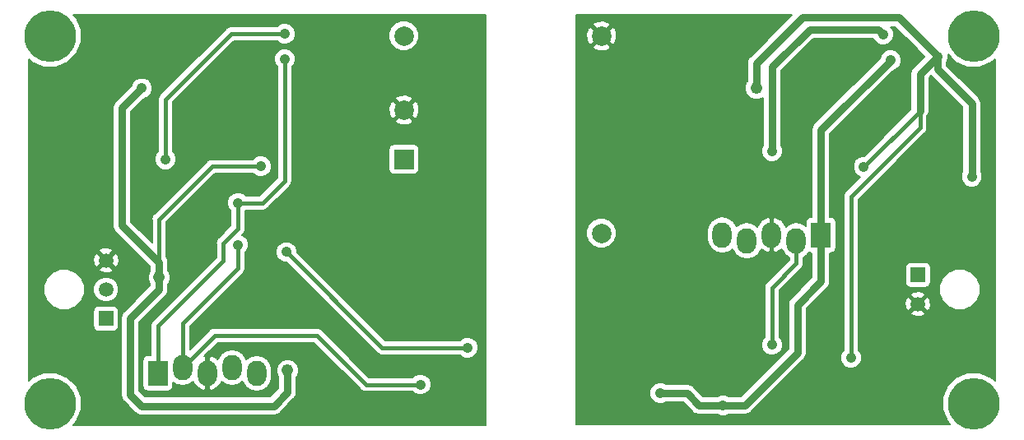
<source format=gbl>
G04 #@! TF.GenerationSoftware,KiCad,Pcbnew,(5.0.0)*
G04 #@! TF.CreationDate,2020-02-24T01:00:23-08:00*
G04 #@! TF.ProjectId,PowerShuffler,506F77657253687566666C65722E6B69,rev?*
G04 #@! TF.SameCoordinates,Original*
G04 #@! TF.FileFunction,Copper,L4,Bot,Signal*
G04 #@! TF.FilePolarity,Positive*
%FSLAX46Y46*%
G04 Gerber Fmt 4.6, Leading zero omitted, Abs format (unit mm)*
G04 Created by KiCad (PCBNEW (5.0.0)) date 02/24/20 01:00:23*
%MOMM*%
%LPD*%
G01*
G04 APERTURE LIST*
G04 #@! TA.AperFunction,ComponentPad*
%ADD10R,2.000000X2.600000*%
G04 #@! TD*
G04 #@! TA.AperFunction,ComponentPad*
%ADD11O,2.000000X2.600000*%
G04 #@! TD*
G04 #@! TA.AperFunction,ComponentPad*
%ADD12R,1.500000X1.500000*%
G04 #@! TD*
G04 #@! TA.AperFunction,ComponentPad*
%ADD13C,1.500000*%
G04 #@! TD*
G04 #@! TA.AperFunction,ComponentPad*
%ADD14C,5.300000*%
G04 #@! TD*
G04 #@! TA.AperFunction,ComponentPad*
%ADD15C,2.000000*%
G04 #@! TD*
G04 #@! TA.AperFunction,ComponentPad*
%ADD16R,2.000000X2.000000*%
G04 #@! TD*
G04 #@! TA.AperFunction,ViaPad*
%ADD17C,1.066800*%
G04 #@! TD*
G04 #@! TA.AperFunction,ViaPad*
%ADD18C,1.219200*%
G04 #@! TD*
G04 #@! TA.AperFunction,Conductor*
%ADD19C,0.381000*%
G04 #@! TD*
G04 #@! TA.AperFunction,Conductor*
%ADD20C,0.762000*%
G04 #@! TD*
G04 #@! TA.AperFunction,Conductor*
%ADD21C,0.203200*%
G04 #@! TD*
G04 APERTURE END LIST*
D10*
G04 #@! TO.P,J2,1*
G04 #@! TO.N,+3V3*
X68237100Y-109385100D03*
D11*
G04 #@! TO.P,J2,2*
G04 #@! TO.N,/PB3_1*
X70777100Y-108785100D03*
G04 #@! TO.P,J2,3*
G04 #@! TO.N,GND*
X73317100Y-109385100D03*
G04 #@! TO.P,J2,4*
G04 #@! TO.N,/PB0_1*
X75857100Y-108785100D03*
G04 #@! TO.P,J2,5*
G04 #@! TO.N,/PB1_1*
X78397100Y-109385100D03*
G04 #@! TD*
D10*
G04 #@! TO.P,J4,1*
G04 #@! TO.N,+3.3VA*
X136436100Y-95140500D03*
D11*
G04 #@! TO.P,J4,2*
G04 #@! TO.N,/PB3_2*
X133896100Y-95740500D03*
G04 #@! TO.P,J4,3*
G04 #@! TO.N,GNDA*
X131356100Y-95140500D03*
G04 #@! TO.P,J4,4*
G04 #@! TO.N,/PB0_2*
X128816100Y-95740500D03*
G04 #@! TO.P,J4,5*
G04 #@! TO.N,/PB1_2*
X126276100Y-95140500D03*
G04 #@! TD*
D12*
G04 #@! TO.P,J3,1*
G04 #@! TO.N,/VBATT*
X146405600Y-99259000D03*
D13*
G04 #@! TO.P,J3,2*
G04 #@! TO.N,GNDA*
X146405600Y-102259000D03*
G04 #@! TD*
D12*
G04 #@! TO.P,J1,1*
G04 #@! TO.N,Net-(F1-Pad2)*
X62903100Y-103759000D03*
D13*
G04 #@! TO.P,J1,2*
G04 #@! TO.N,Net-(J1-Pad2)*
X62903100Y-100759000D03*
G04 #@! TO.P,J1,3*
G04 #@! TO.N,GND*
X62903100Y-97759000D03*
G04 #@! TD*
D14*
G04 #@! TO.P,MNT1,*
G04 #@! TO.N,*
X57150000Y-74676000D03*
G04 #@! TD*
G04 #@! TO.P,MNT2,*
G04 #@! TO.N,*
X152146000Y-74676000D03*
G04 #@! TD*
G04 #@! TO.P,MNT3,*
G04 #@! TO.N,*
X57150000Y-112522000D03*
G04 #@! TD*
G04 #@! TO.P,MNT4,*
G04 #@! TO.N,*
X152146000Y-112522000D03*
G04 #@! TD*
D15*
G04 #@! TO.P,U4,4*
G04 #@! TO.N,GNDA*
X113868200Y-74663300D03*
G04 #@! TO.P,U4,3*
G04 #@! TO.N,+5VA*
X113868200Y-94983300D03*
G04 #@! TO.P,U4,5*
G04 #@! TO.N,Net-(U4-Pad5)*
X93548200Y-74663300D03*
G04 #@! TO.P,U4,2*
G04 #@! TO.N,GND*
X93548200Y-82283300D03*
D16*
G04 #@! TO.P,U4,1*
G04 #@! TO.N,/36VSWITCH*
X93548200Y-87363300D03*
G04 #@! TD*
D17*
G04 #@! TO.N,+3V3*
X69011800Y-87350600D03*
X81280000Y-77038200D03*
X76479400Y-91846400D03*
X81280000Y-74447400D03*
G04 #@! TO.N,GND*
X71577200Y-81635600D03*
X71475600Y-83134200D03*
X69189600Y-89839800D03*
X100965000Y-113842800D03*
X88468200Y-95300800D03*
X95554800Y-95300800D03*
X100584000Y-73609200D03*
X56286400Y-79070200D03*
X61569600Y-73583800D03*
X56464200Y-106629200D03*
X60426600Y-109245400D03*
X85140800Y-74244200D03*
X73380600Y-103860600D03*
X79375000Y-100838000D03*
X83743800Y-110947200D03*
G04 #@! TO.N,+5VA*
X139509500Y-107784900D03*
X148412200Y-76784200D03*
X151942800Y-89154000D03*
D18*
X129794000Y-80010000D03*
D17*
X140843000Y-88112600D03*
G04 #@! TO.N,GNDA*
X113157000Y-113639600D03*
X114096800Y-108686600D03*
X117678200Y-98704400D03*
X117475000Y-85902800D03*
X152755600Y-79044800D03*
X135432800Y-113182400D03*
X147142200Y-113080800D03*
X151892000Y-107569000D03*
X125704600Y-73304400D03*
X133629400Y-81711800D03*
X133629400Y-83159600D03*
X144043400Y-96901000D03*
G04 #@! TO.N,+3.3VA*
X126365000Y-112687100D03*
X131394200Y-86499700D03*
X119913400Y-111429800D03*
X143586200Y-77165200D03*
X142824200Y-74498200D03*
G04 #@! TO.N,/PB3_2*
X131381500Y-106452150D03*
G04 #@! TO.N,/PB2_1*
X81457800Y-96901000D03*
X100076000Y-106743500D03*
G04 #@! TO.N,/PB3_1*
X76454000Y-96164400D03*
X95224600Y-110540800D03*
G04 #@! TO.N,+36V*
X66586100Y-80048100D03*
D18*
X68364100Y-99517200D03*
D17*
X78816200Y-88087200D03*
D18*
X81572100Y-109093000D03*
G04 #@! TD*
D19*
G04 #@! TO.N,+3V3*
X76479400Y-91846400D02*
X79006700Y-91846400D01*
X81280000Y-89573100D02*
X81280000Y-77038200D01*
X79006700Y-91846400D02*
X81280000Y-89573100D01*
X68237100Y-104521000D02*
X68237100Y-109385100D01*
X74968100Y-97790000D02*
X68237100Y-104521000D01*
X74968100Y-95999300D02*
X74968100Y-97790000D01*
X76479400Y-91846400D02*
X76479400Y-94488000D01*
X76479400Y-94488000D02*
X74968100Y-95999300D01*
X69011800Y-81178400D02*
X69011800Y-87350600D01*
X81280000Y-74447400D02*
X75742800Y-74447400D01*
X75742800Y-74447400D02*
X69011800Y-81178400D01*
D20*
G04 #@! TO.N,+5VA*
X151942800Y-81610200D02*
X151942800Y-89154000D01*
X148412200Y-76784200D02*
X148412200Y-78079600D01*
X148412200Y-78079600D02*
X151942800Y-81610200D01*
D19*
X140843000Y-88112600D02*
X140868400Y-88112600D01*
D20*
X129794000Y-77495400D02*
X129794000Y-80010000D01*
X134518400Y-72771000D02*
X129794000Y-77495400D01*
X144449800Y-72771000D02*
X134518400Y-72771000D01*
X148412200Y-76784200D02*
X148412200Y-76733400D01*
D19*
X140843000Y-88112600D02*
X146608800Y-82346800D01*
D20*
X148412200Y-76733400D02*
X146608800Y-74930000D01*
X146608800Y-74930000D02*
X144449800Y-72771000D01*
D19*
X139509500Y-91198700D02*
X139509500Y-107784900D01*
X146608800Y-82346800D02*
X146608800Y-84099400D01*
X146608800Y-84099400D02*
X139509500Y-91198700D01*
D20*
X146608800Y-78587600D02*
X146608800Y-82346800D01*
X148412200Y-76784200D02*
X146608800Y-78587600D01*
G04 #@! TO.N,+3.3VA*
X136436100Y-95140500D02*
X136436100Y-99910900D01*
X136436100Y-99910900D02*
X134010400Y-102336600D01*
X134010400Y-102336600D02*
X134010400Y-107264200D01*
X128587500Y-112687100D02*
X126365000Y-112687100D01*
X134010400Y-107264200D02*
X128587500Y-112687100D01*
X123913900Y-112687100D02*
X126365000Y-112687100D01*
X119913400Y-111429800D02*
X122656600Y-111429800D01*
X122656600Y-111429800D02*
X123913900Y-112687100D01*
X136436100Y-84340700D02*
X136436100Y-95140500D01*
X143586200Y-77165200D02*
X143586200Y-77190600D01*
X143586200Y-77190600D02*
X136436100Y-84340700D01*
X131394200Y-77851000D02*
X131394200Y-86499700D01*
X135280400Y-73964800D02*
X131394200Y-77851000D01*
X142824200Y-74498200D02*
X142290800Y-73964800D01*
X142290800Y-73964800D02*
X135280400Y-73964800D01*
D19*
G04 #@! TO.N,/PB3_2*
X133896100Y-98031300D02*
X133896100Y-95740500D01*
X131381500Y-106452150D02*
X131381500Y-100545900D01*
X131381500Y-100545900D02*
X133896100Y-98031300D01*
G04 #@! TO.N,/PB2_1*
X91300300Y-106743500D02*
X81457800Y-96901000D01*
X100076000Y-106743500D02*
X91300300Y-106743500D01*
G04 #@! TO.N,/PB3_1*
X76454000Y-96164400D02*
X76454000Y-98577400D01*
X70777100Y-104254300D02*
X70777100Y-108785100D01*
X76454000Y-98577400D02*
X70777100Y-104254300D01*
X89636600Y-110540800D02*
X95224600Y-110540800D01*
X84569300Y-105473500D02*
X89636600Y-110540800D01*
X74079100Y-105473500D02*
X84569300Y-105473500D01*
X70777100Y-108785100D02*
X70777100Y-108775500D01*
X70777100Y-108775500D02*
X74079100Y-105473500D01*
D20*
G04 #@! TO.N,+36V*
X68364100Y-99517200D02*
X68364100Y-97980500D01*
X68364100Y-97980500D02*
X64554100Y-94170500D01*
X64554100Y-82080100D02*
X66586100Y-80048100D01*
X64554100Y-94170500D02*
X64554100Y-82080100D01*
D19*
X73799700Y-88087200D02*
X78816200Y-88087200D01*
X68364100Y-99517200D02*
X68364100Y-93522800D01*
X68364100Y-93522800D02*
X73799700Y-88087200D01*
D20*
X68364100Y-99517200D02*
X68364100Y-100761800D01*
X68364100Y-100761800D02*
X65379600Y-103746300D01*
X65379600Y-103746300D02*
X65379600Y-111582200D01*
X65379600Y-111582200D02*
X66535300Y-112737900D01*
X66535300Y-112737900D02*
X80149700Y-112737900D01*
X81572100Y-111315500D02*
X81572100Y-109093000D01*
X80149700Y-112737900D02*
X81572100Y-111315500D01*
G04 #@! TD*
D21*
G04 #@! TO.N,GND*
G36*
X101904800Y-114706400D02*
X59503528Y-114706400D01*
X59870289Y-114339639D01*
X60358800Y-113160270D01*
X60358800Y-111883730D01*
X59870289Y-110704361D01*
X58967639Y-109801711D01*
X57788270Y-109313200D01*
X56511730Y-109313200D01*
X55332361Y-109801711D01*
X54965600Y-110168472D01*
X54965600Y-103009000D01*
X61583353Y-103009000D01*
X61583353Y-104509000D01*
X61626722Y-104727033D01*
X61750228Y-104911872D01*
X61935067Y-105035378D01*
X62153100Y-105078747D01*
X63653100Y-105078747D01*
X63871133Y-105035378D01*
X64055972Y-104911872D01*
X64179478Y-104727033D01*
X64222847Y-104509000D01*
X64222847Y-103009000D01*
X64179478Y-102790967D01*
X64055972Y-102606128D01*
X63871133Y-102482622D01*
X63653100Y-102439253D01*
X62153100Y-102439253D01*
X61935067Y-102482622D01*
X61750228Y-102606128D01*
X61626722Y-102790967D01*
X61583353Y-103009000D01*
X54965600Y-103009000D01*
X54965600Y-100339534D01*
X56474300Y-100339534D01*
X56474300Y-101178466D01*
X56795346Y-101953539D01*
X57388561Y-102546754D01*
X58163634Y-102867800D01*
X59002566Y-102867800D01*
X59777639Y-102546754D01*
X60370854Y-101953539D01*
X60691900Y-101178466D01*
X60691900Y-100498663D01*
X61594300Y-100498663D01*
X61594300Y-101019337D01*
X61793553Y-101500376D01*
X62161724Y-101868547D01*
X62642763Y-102067800D01*
X63163437Y-102067800D01*
X63644476Y-101868547D01*
X64012647Y-101500376D01*
X64211900Y-101019337D01*
X64211900Y-100498663D01*
X64012647Y-100017624D01*
X63644476Y-99649453D01*
X63163437Y-99450200D01*
X62642763Y-99450200D01*
X62161724Y-99649453D01*
X61793553Y-100017624D01*
X61594300Y-100498663D01*
X60691900Y-100498663D01*
X60691900Y-100339534D01*
X60370854Y-99564461D01*
X59777639Y-98971246D01*
X59134071Y-98704671D01*
X62172955Y-98704671D01*
X62247161Y-98921100D01*
X62741808Y-99083658D01*
X63261011Y-99044548D01*
X63559039Y-98921100D01*
X63633245Y-98704671D01*
X62903100Y-97974526D01*
X62172955Y-98704671D01*
X59134071Y-98704671D01*
X59002566Y-98650200D01*
X58163634Y-98650200D01*
X57388561Y-98971246D01*
X56795346Y-99564461D01*
X56474300Y-100339534D01*
X54965600Y-100339534D01*
X54965600Y-97597708D01*
X61578442Y-97597708D01*
X61617552Y-98116911D01*
X61741000Y-98414939D01*
X61957429Y-98489145D01*
X62687574Y-97759000D01*
X63118626Y-97759000D01*
X63848771Y-98489145D01*
X64065200Y-98414939D01*
X64227758Y-97920292D01*
X64188648Y-97401089D01*
X64065200Y-97103061D01*
X63848771Y-97028855D01*
X63118626Y-97759000D01*
X62687574Y-97759000D01*
X61957429Y-97028855D01*
X61741000Y-97103061D01*
X61578442Y-97597708D01*
X54965600Y-97597708D01*
X54965600Y-96813329D01*
X62172955Y-96813329D01*
X62903100Y-97543474D01*
X63633245Y-96813329D01*
X63559039Y-96596900D01*
X63064392Y-96434342D01*
X62545189Y-96473452D01*
X62247161Y-96596900D01*
X62172955Y-96813329D01*
X54965600Y-96813329D01*
X54965600Y-82080100D01*
X63595890Y-82080100D01*
X63614301Y-82172659D01*
X63614300Y-94077946D01*
X63595890Y-94170500D01*
X63614300Y-94263054D01*
X63614300Y-94263058D01*
X63668828Y-94537190D01*
X63876543Y-94848057D01*
X63955011Y-94900488D01*
X67424301Y-98369779D01*
X67424300Y-98804634D01*
X67373579Y-98855355D01*
X67195700Y-99284791D01*
X67195700Y-99749609D01*
X67373579Y-100179045D01*
X67424301Y-100229767D01*
X67424301Y-100372521D01*
X64780511Y-103016312D01*
X64702043Y-103068743D01*
X64494328Y-103379610D01*
X64439800Y-103653742D01*
X64439800Y-103653746D01*
X64421390Y-103746300D01*
X64439800Y-103838854D01*
X64439801Y-111489641D01*
X64421390Y-111582200D01*
X64494329Y-111948892D01*
X64649612Y-112181289D01*
X64649615Y-112181292D01*
X64702044Y-112259757D01*
X64780508Y-112312185D01*
X65805314Y-113336992D01*
X65857743Y-113415457D01*
X65936208Y-113467886D01*
X65936210Y-113467888D01*
X66099223Y-113576809D01*
X66168609Y-113623172D01*
X66442741Y-113677700D01*
X66442746Y-113677700D01*
X66535300Y-113696110D01*
X66627854Y-113677700D01*
X80057146Y-113677700D01*
X80149700Y-113696110D01*
X80242254Y-113677700D01*
X80242259Y-113677700D01*
X80516391Y-113623172D01*
X80827257Y-113415457D01*
X80879687Y-113336990D01*
X82171193Y-112045485D01*
X82249657Y-111993057D01*
X82322708Y-111883730D01*
X82457371Y-111682193D01*
X82457371Y-111682192D01*
X82457372Y-111682191D01*
X82511900Y-111408059D01*
X82511900Y-111408055D01*
X82530310Y-111315501D01*
X82511900Y-111222947D01*
X82511900Y-109805566D01*
X82562621Y-109754845D01*
X82740500Y-109325409D01*
X82740500Y-108860591D01*
X82562621Y-108431155D01*
X82233945Y-108102479D01*
X81804509Y-107924600D01*
X81339691Y-107924600D01*
X80910255Y-108102479D01*
X80581579Y-108431155D01*
X80403700Y-108860591D01*
X80403700Y-109325409D01*
X80581579Y-109754845D01*
X80632301Y-109805567D01*
X80632300Y-110926222D01*
X79760423Y-111798100D01*
X66924578Y-111798100D01*
X66319400Y-111192923D01*
X66319400Y-108085100D01*
X66667353Y-108085100D01*
X66667353Y-110685100D01*
X66710722Y-110903133D01*
X66834228Y-111087972D01*
X67019067Y-111211478D01*
X67237100Y-111254847D01*
X69237100Y-111254847D01*
X69455133Y-111211478D01*
X69639972Y-111087972D01*
X69763478Y-110903133D01*
X69806847Y-110685100D01*
X69806847Y-110311550D01*
X70168888Y-110553457D01*
X70777100Y-110674438D01*
X71385313Y-110553457D01*
X71866180Y-110232152D01*
X71904755Y-110377477D01*
X72277225Y-110865254D01*
X72808006Y-111173363D01*
X72923895Y-111193492D01*
X73164700Y-111095993D01*
X73164700Y-109537500D01*
X73144700Y-109537500D01*
X73144700Y-109232700D01*
X73164700Y-109232700D01*
X73164700Y-107674207D01*
X73469500Y-107674207D01*
X73469500Y-109232700D01*
X73489500Y-109232700D01*
X73489500Y-109537500D01*
X73469500Y-109537500D01*
X73469500Y-111095993D01*
X73710305Y-111193492D01*
X73826194Y-111173363D01*
X74356975Y-110865254D01*
X74729445Y-110377477D01*
X74768020Y-110232152D01*
X75248888Y-110553457D01*
X75857100Y-110674438D01*
X76465313Y-110553457D01*
X76920050Y-110249612D01*
X76928743Y-110293313D01*
X77273268Y-110808932D01*
X77788888Y-111153457D01*
X78397100Y-111274438D01*
X79005313Y-111153457D01*
X79520932Y-110808932D01*
X79865457Y-110293313D01*
X79955900Y-109838624D01*
X79955900Y-108931575D01*
X79865457Y-108476887D01*
X79520932Y-107961268D01*
X79005312Y-107616743D01*
X78397100Y-107495762D01*
X77788887Y-107616743D01*
X77334150Y-107920588D01*
X77325457Y-107876887D01*
X76980932Y-107361268D01*
X76465312Y-107016743D01*
X75857100Y-106895762D01*
X75248887Y-107016743D01*
X74733268Y-107361268D01*
X74388743Y-107876888D01*
X74377750Y-107932153D01*
X74356975Y-107904946D01*
X73826194Y-107596837D01*
X73710305Y-107576708D01*
X73469500Y-107674207D01*
X73164700Y-107674207D01*
X73003379Y-107608890D01*
X74389470Y-106222800D01*
X84258931Y-106222800D01*
X89054583Y-111018454D01*
X89096385Y-111081015D01*
X89344238Y-111246625D01*
X89562803Y-111290100D01*
X89636599Y-111304779D01*
X89710395Y-111290100D01*
X94429297Y-111290100D01*
X94605919Y-111466722D01*
X95007348Y-111633000D01*
X95441852Y-111633000D01*
X95843281Y-111466722D01*
X96150522Y-111159481D01*
X96316800Y-110758052D01*
X96316800Y-110323548D01*
X96150522Y-109922119D01*
X95843281Y-109614878D01*
X95441852Y-109448600D01*
X95007348Y-109448600D01*
X94605919Y-109614878D01*
X94429297Y-109791500D01*
X89946971Y-109791500D01*
X85151321Y-104995852D01*
X85109515Y-104933285D01*
X84861662Y-104767675D01*
X84643097Y-104724200D01*
X84643096Y-104724200D01*
X84569300Y-104709521D01*
X84495504Y-104724200D01*
X74152895Y-104724200D01*
X74079099Y-104709521D01*
X74005303Y-104724200D01*
X73786738Y-104767675D01*
X73538885Y-104933285D01*
X73497081Y-104995849D01*
X71526400Y-106966531D01*
X71526400Y-104564669D01*
X76931651Y-99159419D01*
X76994215Y-99117615D01*
X77159825Y-98869762D01*
X77203300Y-98651197D01*
X77203300Y-98651196D01*
X77217979Y-98577400D01*
X77203300Y-98503604D01*
X77203300Y-96959703D01*
X77379922Y-96783081D01*
X77421067Y-96683748D01*
X80365600Y-96683748D01*
X80365600Y-97118252D01*
X80531878Y-97519681D01*
X80839119Y-97826922D01*
X81240548Y-97993200D01*
X81490331Y-97993200D01*
X90718281Y-107221151D01*
X90760085Y-107283715D01*
X91007938Y-107449325D01*
X91226503Y-107492800D01*
X91226504Y-107492800D01*
X91300300Y-107507479D01*
X91374096Y-107492800D01*
X99280697Y-107492800D01*
X99457319Y-107669422D01*
X99858748Y-107835700D01*
X100293252Y-107835700D01*
X100694681Y-107669422D01*
X101001922Y-107362181D01*
X101168200Y-106960752D01*
X101168200Y-106526248D01*
X101001922Y-106124819D01*
X100694681Y-105817578D01*
X100293252Y-105651300D01*
X99858748Y-105651300D01*
X99457319Y-105817578D01*
X99280697Y-105994200D01*
X91610670Y-105994200D01*
X82550000Y-96933531D01*
X82550000Y-96683748D01*
X82383722Y-96282319D01*
X82076481Y-95975078D01*
X81675052Y-95808800D01*
X81240548Y-95808800D01*
X80839119Y-95975078D01*
X80531878Y-96282319D01*
X80365600Y-96683748D01*
X77421067Y-96683748D01*
X77546200Y-96381652D01*
X77546200Y-95947148D01*
X77379922Y-95545719D01*
X77072681Y-95238478D01*
X76871800Y-95155270D01*
X76957051Y-95070019D01*
X77019615Y-95028215D01*
X77185225Y-94780362D01*
X77228700Y-94561797D01*
X77228700Y-94561796D01*
X77243379Y-94488000D01*
X77228700Y-94414204D01*
X77228700Y-92641703D01*
X77274703Y-92595700D01*
X78932904Y-92595700D01*
X79006700Y-92610379D01*
X79080496Y-92595700D01*
X79080497Y-92595700D01*
X79299062Y-92552225D01*
X79546915Y-92386615D01*
X79588721Y-92324048D01*
X81757652Y-90155118D01*
X81820215Y-90113315D01*
X81919108Y-89965312D01*
X81985825Y-89865463D01*
X82043979Y-89573100D01*
X82029300Y-89499303D01*
X82029300Y-86363300D01*
X91978453Y-86363300D01*
X91978453Y-88363300D01*
X92021822Y-88581333D01*
X92145328Y-88766172D01*
X92330167Y-88889678D01*
X92548200Y-88933047D01*
X94548200Y-88933047D01*
X94766233Y-88889678D01*
X94951072Y-88766172D01*
X95074578Y-88581333D01*
X95117947Y-88363300D01*
X95117947Y-86363300D01*
X95074578Y-86145267D01*
X94951072Y-85960428D01*
X94766233Y-85836922D01*
X94548200Y-85793553D01*
X92548200Y-85793553D01*
X92330167Y-85836922D01*
X92145328Y-85960428D01*
X92021822Y-86145267D01*
X91978453Y-86363300D01*
X82029300Y-86363300D01*
X82029300Y-83410432D01*
X92636594Y-83410432D01*
X92741609Y-83652755D01*
X93327075Y-83857181D01*
X93946206Y-83821998D01*
X94354791Y-83652755D01*
X94459806Y-83410432D01*
X93548200Y-82498826D01*
X92636594Y-83410432D01*
X82029300Y-83410432D01*
X82029300Y-82062175D01*
X91974319Y-82062175D01*
X92009502Y-82681306D01*
X92178745Y-83089891D01*
X92421068Y-83194906D01*
X93332674Y-82283300D01*
X93763726Y-82283300D01*
X94675332Y-83194906D01*
X94917655Y-83089891D01*
X95122081Y-82504425D01*
X95086898Y-81885294D01*
X94917655Y-81476709D01*
X94675332Y-81371694D01*
X93763726Y-82283300D01*
X93332674Y-82283300D01*
X92421068Y-81371694D01*
X92178745Y-81476709D01*
X91974319Y-82062175D01*
X82029300Y-82062175D01*
X82029300Y-81156168D01*
X92636594Y-81156168D01*
X93548200Y-82067774D01*
X94459806Y-81156168D01*
X94354791Y-80913845D01*
X93769325Y-80709419D01*
X93150194Y-80744602D01*
X92741609Y-80913845D01*
X92636594Y-81156168D01*
X82029300Y-81156168D01*
X82029300Y-77833503D01*
X82205922Y-77656881D01*
X82372200Y-77255452D01*
X82372200Y-76820948D01*
X82205922Y-76419519D01*
X81898681Y-76112278D01*
X81497252Y-75946000D01*
X81062748Y-75946000D01*
X80661319Y-76112278D01*
X80354078Y-76419519D01*
X80187800Y-76820948D01*
X80187800Y-77255452D01*
X80354078Y-77656881D01*
X80530701Y-77833504D01*
X80530700Y-89262730D01*
X78696331Y-91097100D01*
X77274703Y-91097100D01*
X77098081Y-90920478D01*
X76696652Y-90754200D01*
X76262148Y-90754200D01*
X75860719Y-90920478D01*
X75553478Y-91227719D01*
X75387200Y-91629148D01*
X75387200Y-92063652D01*
X75553478Y-92465081D01*
X75730100Y-92641703D01*
X75730101Y-94177629D01*
X74490452Y-95417279D01*
X74427885Y-95459085D01*
X74262275Y-95706939D01*
X74242014Y-95808800D01*
X74204121Y-95999300D01*
X74218800Y-96073096D01*
X74218801Y-97479628D01*
X67759452Y-103938979D01*
X67696885Y-103980785D01*
X67531275Y-104228639D01*
X67526171Y-104254300D01*
X67473121Y-104521000D01*
X67487800Y-104594796D01*
X67487801Y-107515353D01*
X67237100Y-107515353D01*
X67019067Y-107558722D01*
X66834228Y-107682228D01*
X66710722Y-107867067D01*
X66667353Y-108085100D01*
X66319400Y-108085100D01*
X66319400Y-104135577D01*
X68963192Y-101491786D01*
X69041657Y-101439357D01*
X69249372Y-101128491D01*
X69303900Y-100854359D01*
X69303900Y-100854355D01*
X69322310Y-100761801D01*
X69303900Y-100669247D01*
X69303900Y-100229766D01*
X69354621Y-100179045D01*
X69532500Y-99749609D01*
X69532500Y-99284791D01*
X69354621Y-98855355D01*
X69303900Y-98804634D01*
X69303900Y-98073054D01*
X69322310Y-97980500D01*
X69303900Y-97887946D01*
X69303900Y-97887941D01*
X69249372Y-97613809D01*
X69202375Y-97543474D01*
X69113400Y-97410313D01*
X69113400Y-93833169D01*
X74110070Y-88836500D01*
X78020897Y-88836500D01*
X78197519Y-89013122D01*
X78598948Y-89179400D01*
X79033452Y-89179400D01*
X79434881Y-89013122D01*
X79742122Y-88705881D01*
X79908400Y-88304452D01*
X79908400Y-87869948D01*
X79742122Y-87468519D01*
X79434881Y-87161278D01*
X79033452Y-86995000D01*
X78598948Y-86995000D01*
X78197519Y-87161278D01*
X78020897Y-87337900D01*
X73873495Y-87337900D01*
X73799699Y-87323221D01*
X73725903Y-87337900D01*
X73507338Y-87381375D01*
X73259485Y-87546985D01*
X73217681Y-87609549D01*
X67886450Y-92940781D01*
X67823886Y-92982585D01*
X67782083Y-93045148D01*
X67658276Y-93230438D01*
X67600121Y-93522800D01*
X67614801Y-93596600D01*
X67614801Y-95902123D01*
X65493900Y-93781223D01*
X65493900Y-87133348D01*
X67919600Y-87133348D01*
X67919600Y-87567852D01*
X68085878Y-87969281D01*
X68393119Y-88276522D01*
X68794548Y-88442800D01*
X69229052Y-88442800D01*
X69630481Y-88276522D01*
X69937722Y-87969281D01*
X70104000Y-87567852D01*
X70104000Y-87133348D01*
X69937722Y-86731919D01*
X69761100Y-86555297D01*
X69761100Y-81488769D01*
X76053171Y-75196700D01*
X80484697Y-75196700D01*
X80661319Y-75373322D01*
X81062748Y-75539600D01*
X81497252Y-75539600D01*
X81898681Y-75373322D01*
X82205922Y-75066081D01*
X82372200Y-74664652D01*
X82372200Y-74353235D01*
X91989400Y-74353235D01*
X91989400Y-74973365D01*
X92226713Y-75546289D01*
X92665211Y-75984787D01*
X93238135Y-76222100D01*
X93858265Y-76222100D01*
X94431189Y-75984787D01*
X94869687Y-75546289D01*
X95107000Y-74973365D01*
X95107000Y-74353235D01*
X94869687Y-73780311D01*
X94431189Y-73341813D01*
X93858265Y-73104500D01*
X93238135Y-73104500D01*
X92665211Y-73341813D01*
X92226713Y-73780311D01*
X91989400Y-74353235D01*
X82372200Y-74353235D01*
X82372200Y-74230148D01*
X82205922Y-73828719D01*
X81898681Y-73521478D01*
X81497252Y-73355200D01*
X81062748Y-73355200D01*
X80661319Y-73521478D01*
X80484697Y-73698100D01*
X75816595Y-73698100D01*
X75742799Y-73683421D01*
X75669003Y-73698100D01*
X75450438Y-73741575D01*
X75202585Y-73907185D01*
X75160783Y-73969746D01*
X68534152Y-80596379D01*
X68471585Y-80638185D01*
X68305975Y-80886039D01*
X68262500Y-81104603D01*
X68247821Y-81178400D01*
X68262500Y-81252196D01*
X68262501Y-86555296D01*
X68085878Y-86731919D01*
X67919600Y-87133348D01*
X65493900Y-87133348D01*
X65493900Y-82469377D01*
X66836855Y-81126422D01*
X67204781Y-80974022D01*
X67512022Y-80666781D01*
X67678300Y-80265352D01*
X67678300Y-79830848D01*
X67512022Y-79429419D01*
X67204781Y-79122178D01*
X66803352Y-78955900D01*
X66368848Y-78955900D01*
X65967419Y-79122178D01*
X65660178Y-79429419D01*
X65507778Y-79797345D01*
X63955008Y-81350114D01*
X63876544Y-81402543D01*
X63824115Y-81481008D01*
X63824112Y-81481011D01*
X63668829Y-81713408D01*
X63595890Y-82080100D01*
X54965600Y-82080100D01*
X54965600Y-77029528D01*
X55332361Y-77396289D01*
X56511730Y-77884800D01*
X57788270Y-77884800D01*
X58967639Y-77396289D01*
X59870289Y-76493639D01*
X60358800Y-75314270D01*
X60358800Y-74037730D01*
X59870289Y-72858361D01*
X59503528Y-72491600D01*
X101904800Y-72491600D01*
X101904800Y-114706400D01*
X101904800Y-114706400D01*
G37*
X101904800Y-114706400D02*
X59503528Y-114706400D01*
X59870289Y-114339639D01*
X60358800Y-113160270D01*
X60358800Y-111883730D01*
X59870289Y-110704361D01*
X58967639Y-109801711D01*
X57788270Y-109313200D01*
X56511730Y-109313200D01*
X55332361Y-109801711D01*
X54965600Y-110168472D01*
X54965600Y-103009000D01*
X61583353Y-103009000D01*
X61583353Y-104509000D01*
X61626722Y-104727033D01*
X61750228Y-104911872D01*
X61935067Y-105035378D01*
X62153100Y-105078747D01*
X63653100Y-105078747D01*
X63871133Y-105035378D01*
X64055972Y-104911872D01*
X64179478Y-104727033D01*
X64222847Y-104509000D01*
X64222847Y-103009000D01*
X64179478Y-102790967D01*
X64055972Y-102606128D01*
X63871133Y-102482622D01*
X63653100Y-102439253D01*
X62153100Y-102439253D01*
X61935067Y-102482622D01*
X61750228Y-102606128D01*
X61626722Y-102790967D01*
X61583353Y-103009000D01*
X54965600Y-103009000D01*
X54965600Y-100339534D01*
X56474300Y-100339534D01*
X56474300Y-101178466D01*
X56795346Y-101953539D01*
X57388561Y-102546754D01*
X58163634Y-102867800D01*
X59002566Y-102867800D01*
X59777639Y-102546754D01*
X60370854Y-101953539D01*
X60691900Y-101178466D01*
X60691900Y-100498663D01*
X61594300Y-100498663D01*
X61594300Y-101019337D01*
X61793553Y-101500376D01*
X62161724Y-101868547D01*
X62642763Y-102067800D01*
X63163437Y-102067800D01*
X63644476Y-101868547D01*
X64012647Y-101500376D01*
X64211900Y-101019337D01*
X64211900Y-100498663D01*
X64012647Y-100017624D01*
X63644476Y-99649453D01*
X63163437Y-99450200D01*
X62642763Y-99450200D01*
X62161724Y-99649453D01*
X61793553Y-100017624D01*
X61594300Y-100498663D01*
X60691900Y-100498663D01*
X60691900Y-100339534D01*
X60370854Y-99564461D01*
X59777639Y-98971246D01*
X59134071Y-98704671D01*
X62172955Y-98704671D01*
X62247161Y-98921100D01*
X62741808Y-99083658D01*
X63261011Y-99044548D01*
X63559039Y-98921100D01*
X63633245Y-98704671D01*
X62903100Y-97974526D01*
X62172955Y-98704671D01*
X59134071Y-98704671D01*
X59002566Y-98650200D01*
X58163634Y-98650200D01*
X57388561Y-98971246D01*
X56795346Y-99564461D01*
X56474300Y-100339534D01*
X54965600Y-100339534D01*
X54965600Y-97597708D01*
X61578442Y-97597708D01*
X61617552Y-98116911D01*
X61741000Y-98414939D01*
X61957429Y-98489145D01*
X62687574Y-97759000D01*
X63118626Y-97759000D01*
X63848771Y-98489145D01*
X64065200Y-98414939D01*
X64227758Y-97920292D01*
X64188648Y-97401089D01*
X64065200Y-97103061D01*
X63848771Y-97028855D01*
X63118626Y-97759000D01*
X62687574Y-97759000D01*
X61957429Y-97028855D01*
X61741000Y-97103061D01*
X61578442Y-97597708D01*
X54965600Y-97597708D01*
X54965600Y-96813329D01*
X62172955Y-96813329D01*
X62903100Y-97543474D01*
X63633245Y-96813329D01*
X63559039Y-96596900D01*
X63064392Y-96434342D01*
X62545189Y-96473452D01*
X62247161Y-96596900D01*
X62172955Y-96813329D01*
X54965600Y-96813329D01*
X54965600Y-82080100D01*
X63595890Y-82080100D01*
X63614301Y-82172659D01*
X63614300Y-94077946D01*
X63595890Y-94170500D01*
X63614300Y-94263054D01*
X63614300Y-94263058D01*
X63668828Y-94537190D01*
X63876543Y-94848057D01*
X63955011Y-94900488D01*
X67424301Y-98369779D01*
X67424300Y-98804634D01*
X67373579Y-98855355D01*
X67195700Y-99284791D01*
X67195700Y-99749609D01*
X67373579Y-100179045D01*
X67424301Y-100229767D01*
X67424301Y-100372521D01*
X64780511Y-103016312D01*
X64702043Y-103068743D01*
X64494328Y-103379610D01*
X64439800Y-103653742D01*
X64439800Y-103653746D01*
X64421390Y-103746300D01*
X64439800Y-103838854D01*
X64439801Y-111489641D01*
X64421390Y-111582200D01*
X64494329Y-111948892D01*
X64649612Y-112181289D01*
X64649615Y-112181292D01*
X64702044Y-112259757D01*
X64780508Y-112312185D01*
X65805314Y-113336992D01*
X65857743Y-113415457D01*
X65936208Y-113467886D01*
X65936210Y-113467888D01*
X66099223Y-113576809D01*
X66168609Y-113623172D01*
X66442741Y-113677700D01*
X66442746Y-113677700D01*
X66535300Y-113696110D01*
X66627854Y-113677700D01*
X80057146Y-113677700D01*
X80149700Y-113696110D01*
X80242254Y-113677700D01*
X80242259Y-113677700D01*
X80516391Y-113623172D01*
X80827257Y-113415457D01*
X80879687Y-113336990D01*
X82171193Y-112045485D01*
X82249657Y-111993057D01*
X82322708Y-111883730D01*
X82457371Y-111682193D01*
X82457371Y-111682192D01*
X82457372Y-111682191D01*
X82511900Y-111408059D01*
X82511900Y-111408055D01*
X82530310Y-111315501D01*
X82511900Y-111222947D01*
X82511900Y-109805566D01*
X82562621Y-109754845D01*
X82740500Y-109325409D01*
X82740500Y-108860591D01*
X82562621Y-108431155D01*
X82233945Y-108102479D01*
X81804509Y-107924600D01*
X81339691Y-107924600D01*
X80910255Y-108102479D01*
X80581579Y-108431155D01*
X80403700Y-108860591D01*
X80403700Y-109325409D01*
X80581579Y-109754845D01*
X80632301Y-109805567D01*
X80632300Y-110926222D01*
X79760423Y-111798100D01*
X66924578Y-111798100D01*
X66319400Y-111192923D01*
X66319400Y-108085100D01*
X66667353Y-108085100D01*
X66667353Y-110685100D01*
X66710722Y-110903133D01*
X66834228Y-111087972D01*
X67019067Y-111211478D01*
X67237100Y-111254847D01*
X69237100Y-111254847D01*
X69455133Y-111211478D01*
X69639972Y-111087972D01*
X69763478Y-110903133D01*
X69806847Y-110685100D01*
X69806847Y-110311550D01*
X70168888Y-110553457D01*
X70777100Y-110674438D01*
X71385313Y-110553457D01*
X71866180Y-110232152D01*
X71904755Y-110377477D01*
X72277225Y-110865254D01*
X72808006Y-111173363D01*
X72923895Y-111193492D01*
X73164700Y-111095993D01*
X73164700Y-109537500D01*
X73144700Y-109537500D01*
X73144700Y-109232700D01*
X73164700Y-109232700D01*
X73164700Y-107674207D01*
X73469500Y-107674207D01*
X73469500Y-109232700D01*
X73489500Y-109232700D01*
X73489500Y-109537500D01*
X73469500Y-109537500D01*
X73469500Y-111095993D01*
X73710305Y-111193492D01*
X73826194Y-111173363D01*
X74356975Y-110865254D01*
X74729445Y-110377477D01*
X74768020Y-110232152D01*
X75248888Y-110553457D01*
X75857100Y-110674438D01*
X76465313Y-110553457D01*
X76920050Y-110249612D01*
X76928743Y-110293313D01*
X77273268Y-110808932D01*
X77788888Y-111153457D01*
X78397100Y-111274438D01*
X79005313Y-111153457D01*
X79520932Y-110808932D01*
X79865457Y-110293313D01*
X79955900Y-109838624D01*
X79955900Y-108931575D01*
X79865457Y-108476887D01*
X79520932Y-107961268D01*
X79005312Y-107616743D01*
X78397100Y-107495762D01*
X77788887Y-107616743D01*
X77334150Y-107920588D01*
X77325457Y-107876887D01*
X76980932Y-107361268D01*
X76465312Y-107016743D01*
X75857100Y-106895762D01*
X75248887Y-107016743D01*
X74733268Y-107361268D01*
X74388743Y-107876888D01*
X74377750Y-107932153D01*
X74356975Y-107904946D01*
X73826194Y-107596837D01*
X73710305Y-107576708D01*
X73469500Y-107674207D01*
X73164700Y-107674207D01*
X73003379Y-107608890D01*
X74389470Y-106222800D01*
X84258931Y-106222800D01*
X89054583Y-111018454D01*
X89096385Y-111081015D01*
X89344238Y-111246625D01*
X89562803Y-111290100D01*
X89636599Y-111304779D01*
X89710395Y-111290100D01*
X94429297Y-111290100D01*
X94605919Y-111466722D01*
X95007348Y-111633000D01*
X95441852Y-111633000D01*
X95843281Y-111466722D01*
X96150522Y-111159481D01*
X96316800Y-110758052D01*
X96316800Y-110323548D01*
X96150522Y-109922119D01*
X95843281Y-109614878D01*
X95441852Y-109448600D01*
X95007348Y-109448600D01*
X94605919Y-109614878D01*
X94429297Y-109791500D01*
X89946971Y-109791500D01*
X85151321Y-104995852D01*
X85109515Y-104933285D01*
X84861662Y-104767675D01*
X84643097Y-104724200D01*
X84643096Y-104724200D01*
X84569300Y-104709521D01*
X84495504Y-104724200D01*
X74152895Y-104724200D01*
X74079099Y-104709521D01*
X74005303Y-104724200D01*
X73786738Y-104767675D01*
X73538885Y-104933285D01*
X73497081Y-104995849D01*
X71526400Y-106966531D01*
X71526400Y-104564669D01*
X76931651Y-99159419D01*
X76994215Y-99117615D01*
X77159825Y-98869762D01*
X77203300Y-98651197D01*
X77203300Y-98651196D01*
X77217979Y-98577400D01*
X77203300Y-98503604D01*
X77203300Y-96959703D01*
X77379922Y-96783081D01*
X77421067Y-96683748D01*
X80365600Y-96683748D01*
X80365600Y-97118252D01*
X80531878Y-97519681D01*
X80839119Y-97826922D01*
X81240548Y-97993200D01*
X81490331Y-97993200D01*
X90718281Y-107221151D01*
X90760085Y-107283715D01*
X91007938Y-107449325D01*
X91226503Y-107492800D01*
X91226504Y-107492800D01*
X91300300Y-107507479D01*
X91374096Y-107492800D01*
X99280697Y-107492800D01*
X99457319Y-107669422D01*
X99858748Y-107835700D01*
X100293252Y-107835700D01*
X100694681Y-107669422D01*
X101001922Y-107362181D01*
X101168200Y-106960752D01*
X101168200Y-106526248D01*
X101001922Y-106124819D01*
X100694681Y-105817578D01*
X100293252Y-105651300D01*
X99858748Y-105651300D01*
X99457319Y-105817578D01*
X99280697Y-105994200D01*
X91610670Y-105994200D01*
X82550000Y-96933531D01*
X82550000Y-96683748D01*
X82383722Y-96282319D01*
X82076481Y-95975078D01*
X81675052Y-95808800D01*
X81240548Y-95808800D01*
X80839119Y-95975078D01*
X80531878Y-96282319D01*
X80365600Y-96683748D01*
X77421067Y-96683748D01*
X77546200Y-96381652D01*
X77546200Y-95947148D01*
X77379922Y-95545719D01*
X77072681Y-95238478D01*
X76871800Y-95155270D01*
X76957051Y-95070019D01*
X77019615Y-95028215D01*
X77185225Y-94780362D01*
X77228700Y-94561797D01*
X77228700Y-94561796D01*
X77243379Y-94488000D01*
X77228700Y-94414204D01*
X77228700Y-92641703D01*
X77274703Y-92595700D01*
X78932904Y-92595700D01*
X79006700Y-92610379D01*
X79080496Y-92595700D01*
X79080497Y-92595700D01*
X79299062Y-92552225D01*
X79546915Y-92386615D01*
X79588721Y-92324048D01*
X81757652Y-90155118D01*
X81820215Y-90113315D01*
X81919108Y-89965312D01*
X81985825Y-89865463D01*
X82043979Y-89573100D01*
X82029300Y-89499303D01*
X82029300Y-86363300D01*
X91978453Y-86363300D01*
X91978453Y-88363300D01*
X92021822Y-88581333D01*
X92145328Y-88766172D01*
X92330167Y-88889678D01*
X92548200Y-88933047D01*
X94548200Y-88933047D01*
X94766233Y-88889678D01*
X94951072Y-88766172D01*
X95074578Y-88581333D01*
X95117947Y-88363300D01*
X95117947Y-86363300D01*
X95074578Y-86145267D01*
X94951072Y-85960428D01*
X94766233Y-85836922D01*
X94548200Y-85793553D01*
X92548200Y-85793553D01*
X92330167Y-85836922D01*
X92145328Y-85960428D01*
X92021822Y-86145267D01*
X91978453Y-86363300D01*
X82029300Y-86363300D01*
X82029300Y-83410432D01*
X92636594Y-83410432D01*
X92741609Y-83652755D01*
X93327075Y-83857181D01*
X93946206Y-83821998D01*
X94354791Y-83652755D01*
X94459806Y-83410432D01*
X93548200Y-82498826D01*
X92636594Y-83410432D01*
X82029300Y-83410432D01*
X82029300Y-82062175D01*
X91974319Y-82062175D01*
X92009502Y-82681306D01*
X92178745Y-83089891D01*
X92421068Y-83194906D01*
X93332674Y-82283300D01*
X93763726Y-82283300D01*
X94675332Y-83194906D01*
X94917655Y-83089891D01*
X95122081Y-82504425D01*
X95086898Y-81885294D01*
X94917655Y-81476709D01*
X94675332Y-81371694D01*
X93763726Y-82283300D01*
X93332674Y-82283300D01*
X92421068Y-81371694D01*
X92178745Y-81476709D01*
X91974319Y-82062175D01*
X82029300Y-82062175D01*
X82029300Y-81156168D01*
X92636594Y-81156168D01*
X93548200Y-82067774D01*
X94459806Y-81156168D01*
X94354791Y-80913845D01*
X93769325Y-80709419D01*
X93150194Y-80744602D01*
X92741609Y-80913845D01*
X92636594Y-81156168D01*
X82029300Y-81156168D01*
X82029300Y-77833503D01*
X82205922Y-77656881D01*
X82372200Y-77255452D01*
X82372200Y-76820948D01*
X82205922Y-76419519D01*
X81898681Y-76112278D01*
X81497252Y-75946000D01*
X81062748Y-75946000D01*
X80661319Y-76112278D01*
X80354078Y-76419519D01*
X80187800Y-76820948D01*
X80187800Y-77255452D01*
X80354078Y-77656881D01*
X80530701Y-77833504D01*
X80530700Y-89262730D01*
X78696331Y-91097100D01*
X77274703Y-91097100D01*
X77098081Y-90920478D01*
X76696652Y-90754200D01*
X76262148Y-90754200D01*
X75860719Y-90920478D01*
X75553478Y-91227719D01*
X75387200Y-91629148D01*
X75387200Y-92063652D01*
X75553478Y-92465081D01*
X75730100Y-92641703D01*
X75730101Y-94177629D01*
X74490452Y-95417279D01*
X74427885Y-95459085D01*
X74262275Y-95706939D01*
X74242014Y-95808800D01*
X74204121Y-95999300D01*
X74218800Y-96073096D01*
X74218801Y-97479628D01*
X67759452Y-103938979D01*
X67696885Y-103980785D01*
X67531275Y-104228639D01*
X67526171Y-104254300D01*
X67473121Y-104521000D01*
X67487800Y-104594796D01*
X67487801Y-107515353D01*
X67237100Y-107515353D01*
X67019067Y-107558722D01*
X66834228Y-107682228D01*
X66710722Y-107867067D01*
X66667353Y-108085100D01*
X66319400Y-108085100D01*
X66319400Y-104135577D01*
X68963192Y-101491786D01*
X69041657Y-101439357D01*
X69249372Y-101128491D01*
X69303900Y-100854359D01*
X69303900Y-100854355D01*
X69322310Y-100761801D01*
X69303900Y-100669247D01*
X69303900Y-100229766D01*
X69354621Y-100179045D01*
X69532500Y-99749609D01*
X69532500Y-99284791D01*
X69354621Y-98855355D01*
X69303900Y-98804634D01*
X69303900Y-98073054D01*
X69322310Y-97980500D01*
X69303900Y-97887946D01*
X69303900Y-97887941D01*
X69249372Y-97613809D01*
X69202375Y-97543474D01*
X69113400Y-97410313D01*
X69113400Y-93833169D01*
X74110070Y-88836500D01*
X78020897Y-88836500D01*
X78197519Y-89013122D01*
X78598948Y-89179400D01*
X79033452Y-89179400D01*
X79434881Y-89013122D01*
X79742122Y-88705881D01*
X79908400Y-88304452D01*
X79908400Y-87869948D01*
X79742122Y-87468519D01*
X79434881Y-87161278D01*
X79033452Y-86995000D01*
X78598948Y-86995000D01*
X78197519Y-87161278D01*
X78020897Y-87337900D01*
X73873495Y-87337900D01*
X73799699Y-87323221D01*
X73725903Y-87337900D01*
X73507338Y-87381375D01*
X73259485Y-87546985D01*
X73217681Y-87609549D01*
X67886450Y-92940781D01*
X67823886Y-92982585D01*
X67782083Y-93045148D01*
X67658276Y-93230438D01*
X67600121Y-93522800D01*
X67614801Y-93596600D01*
X67614801Y-95902123D01*
X65493900Y-93781223D01*
X65493900Y-87133348D01*
X67919600Y-87133348D01*
X67919600Y-87567852D01*
X68085878Y-87969281D01*
X68393119Y-88276522D01*
X68794548Y-88442800D01*
X69229052Y-88442800D01*
X69630481Y-88276522D01*
X69937722Y-87969281D01*
X70104000Y-87567852D01*
X70104000Y-87133348D01*
X69937722Y-86731919D01*
X69761100Y-86555297D01*
X69761100Y-81488769D01*
X76053171Y-75196700D01*
X80484697Y-75196700D01*
X80661319Y-75373322D01*
X81062748Y-75539600D01*
X81497252Y-75539600D01*
X81898681Y-75373322D01*
X82205922Y-75066081D01*
X82372200Y-74664652D01*
X82372200Y-74353235D01*
X91989400Y-74353235D01*
X91989400Y-74973365D01*
X92226713Y-75546289D01*
X92665211Y-75984787D01*
X93238135Y-76222100D01*
X93858265Y-76222100D01*
X94431189Y-75984787D01*
X94869687Y-75546289D01*
X95107000Y-74973365D01*
X95107000Y-74353235D01*
X94869687Y-73780311D01*
X94431189Y-73341813D01*
X93858265Y-73104500D01*
X93238135Y-73104500D01*
X92665211Y-73341813D01*
X92226713Y-73780311D01*
X91989400Y-74353235D01*
X82372200Y-74353235D01*
X82372200Y-74230148D01*
X82205922Y-73828719D01*
X81898681Y-73521478D01*
X81497252Y-73355200D01*
X81062748Y-73355200D01*
X80661319Y-73521478D01*
X80484697Y-73698100D01*
X75816595Y-73698100D01*
X75742799Y-73683421D01*
X75669003Y-73698100D01*
X75450438Y-73741575D01*
X75202585Y-73907185D01*
X75160783Y-73969746D01*
X68534152Y-80596379D01*
X68471585Y-80638185D01*
X68305975Y-80886039D01*
X68262500Y-81104603D01*
X68247821Y-81178400D01*
X68262500Y-81252196D01*
X68262501Y-86555296D01*
X68085878Y-86731919D01*
X67919600Y-87133348D01*
X65493900Y-87133348D01*
X65493900Y-82469377D01*
X66836855Y-81126422D01*
X67204781Y-80974022D01*
X67512022Y-80666781D01*
X67678300Y-80265352D01*
X67678300Y-79830848D01*
X67512022Y-79429419D01*
X67204781Y-79122178D01*
X66803352Y-78955900D01*
X66368848Y-78955900D01*
X65967419Y-79122178D01*
X65660178Y-79429419D01*
X65507778Y-79797345D01*
X63955008Y-81350114D01*
X63876544Y-81402543D01*
X63824115Y-81481008D01*
X63824112Y-81481011D01*
X63668829Y-81713408D01*
X63595890Y-82080100D01*
X54965600Y-82080100D01*
X54965600Y-77029528D01*
X55332361Y-77396289D01*
X56511730Y-77884800D01*
X57788270Y-77884800D01*
X58967639Y-77396289D01*
X59870289Y-76493639D01*
X60358800Y-75314270D01*
X60358800Y-74037730D01*
X59870289Y-72858361D01*
X59503528Y-72491600D01*
X101904800Y-72491600D01*
X101904800Y-114706400D01*
G04 #@! TO.N,GNDA*
G36*
X129194911Y-76765412D02*
X129116443Y-76817843D01*
X128908728Y-77128710D01*
X128854200Y-77402842D01*
X128854200Y-77402846D01*
X128835790Y-77495400D01*
X128854200Y-77587954D01*
X128854201Y-79297433D01*
X128803479Y-79348155D01*
X128625600Y-79777591D01*
X128625600Y-80242409D01*
X128803479Y-80671845D01*
X129132155Y-81000521D01*
X129561591Y-81178400D01*
X130026409Y-81178400D01*
X130454400Y-81001119D01*
X130454401Y-85914521D01*
X130302000Y-86282448D01*
X130302000Y-86716952D01*
X130468278Y-87118381D01*
X130775519Y-87425622D01*
X131176948Y-87591900D01*
X131611452Y-87591900D01*
X132012881Y-87425622D01*
X132320122Y-87118381D01*
X132486400Y-86716952D01*
X132486400Y-86282448D01*
X132334000Y-85914523D01*
X132334000Y-78240277D01*
X135669678Y-74904600D01*
X141810348Y-74904600D01*
X141898278Y-75116881D01*
X142205519Y-75424122D01*
X142606948Y-75590400D01*
X143041452Y-75590400D01*
X143442881Y-75424122D01*
X143750122Y-75116881D01*
X143916400Y-74715452D01*
X143916400Y-74280948D01*
X143750122Y-73879519D01*
X143581403Y-73710800D01*
X144060523Y-73710800D01*
X145878812Y-75529089D01*
X147108522Y-76758800D01*
X146009710Y-77857612D01*
X145931243Y-77910043D01*
X145878813Y-77988510D01*
X145878812Y-77988511D01*
X145810250Y-78091122D01*
X145723528Y-78220910D01*
X145669000Y-78495042D01*
X145669000Y-78495046D01*
X145650590Y-78587600D01*
X145669000Y-78680154D01*
X145669001Y-82226929D01*
X140875531Y-87020400D01*
X140625748Y-87020400D01*
X140224319Y-87186678D01*
X139917078Y-87493919D01*
X139750800Y-87895348D01*
X139750800Y-88329852D01*
X139917078Y-88731281D01*
X140224319Y-89038522D01*
X140497043Y-89151488D01*
X139031852Y-90616679D01*
X138969285Y-90658485D01*
X138803675Y-90906339D01*
X138760200Y-91124903D01*
X138745521Y-91198700D01*
X138760200Y-91272496D01*
X138760201Y-106989596D01*
X138583578Y-107166219D01*
X138417300Y-107567648D01*
X138417300Y-108002152D01*
X138583578Y-108403581D01*
X138890819Y-108710822D01*
X139292248Y-108877100D01*
X139726752Y-108877100D01*
X140128181Y-108710822D01*
X140435422Y-108403581D01*
X140601700Y-108002152D01*
X140601700Y-107567648D01*
X140435422Y-107166219D01*
X140258800Y-106989597D01*
X140258800Y-103204671D01*
X145675455Y-103204671D01*
X145749661Y-103421100D01*
X146244308Y-103583658D01*
X146763511Y-103544548D01*
X147061539Y-103421100D01*
X147135745Y-103204671D01*
X146405600Y-102474526D01*
X145675455Y-103204671D01*
X140258800Y-103204671D01*
X140258800Y-102097708D01*
X145080942Y-102097708D01*
X145120052Y-102616911D01*
X145243500Y-102914939D01*
X145459929Y-102989145D01*
X146190074Y-102259000D01*
X146621126Y-102259000D01*
X147351271Y-102989145D01*
X147567700Y-102914939D01*
X147730258Y-102420292D01*
X147691148Y-101901089D01*
X147567700Y-101603061D01*
X147351271Y-101528855D01*
X146621126Y-102259000D01*
X146190074Y-102259000D01*
X145459929Y-101528855D01*
X145243500Y-101603061D01*
X145080942Y-102097708D01*
X140258800Y-102097708D01*
X140258800Y-101313329D01*
X145675455Y-101313329D01*
X146405600Y-102043474D01*
X147135745Y-101313329D01*
X147061539Y-101096900D01*
X146566892Y-100934342D01*
X146047689Y-100973452D01*
X145749661Y-101096900D01*
X145675455Y-101313329D01*
X140258800Y-101313329D01*
X140258800Y-98509000D01*
X145085853Y-98509000D01*
X145085853Y-100009000D01*
X145129222Y-100227033D01*
X145252728Y-100411872D01*
X145437567Y-100535378D01*
X145655600Y-100578747D01*
X147155600Y-100578747D01*
X147373633Y-100535378D01*
X147558472Y-100411872D01*
X147606806Y-100339534D01*
X148616800Y-100339534D01*
X148616800Y-101178466D01*
X148937846Y-101953539D01*
X149531061Y-102546754D01*
X150306134Y-102867800D01*
X151145066Y-102867800D01*
X151920139Y-102546754D01*
X152513354Y-101953539D01*
X152834400Y-101178466D01*
X152834400Y-100339534D01*
X152513354Y-99564461D01*
X151920139Y-98971246D01*
X151145066Y-98650200D01*
X150306134Y-98650200D01*
X149531061Y-98971246D01*
X148937846Y-99564461D01*
X148616800Y-100339534D01*
X147606806Y-100339534D01*
X147681978Y-100227033D01*
X147725347Y-100009000D01*
X147725347Y-98509000D01*
X147681978Y-98290967D01*
X147558472Y-98106128D01*
X147373633Y-97982622D01*
X147155600Y-97939253D01*
X145655600Y-97939253D01*
X145437567Y-97982622D01*
X145252728Y-98106128D01*
X145129222Y-98290967D01*
X145085853Y-98509000D01*
X140258800Y-98509000D01*
X140258800Y-91509069D01*
X147086451Y-84681419D01*
X147149015Y-84639615D01*
X147314625Y-84391762D01*
X147358100Y-84173197D01*
X147372779Y-84099401D01*
X147358100Y-84025605D01*
X147358100Y-82916987D01*
X147494072Y-82713491D01*
X147548600Y-82439359D01*
X147548600Y-78976877D01*
X147754831Y-78770646D01*
X147813109Y-78809586D01*
X151003000Y-81999478D01*
X151003001Y-88568821D01*
X150850600Y-88936748D01*
X150850600Y-89371252D01*
X151016878Y-89772681D01*
X151324119Y-90079922D01*
X151725548Y-90246200D01*
X152160052Y-90246200D01*
X152561481Y-90079922D01*
X152868722Y-89772681D01*
X153035000Y-89371252D01*
X153035000Y-88936748D01*
X152882600Y-88568823D01*
X152882600Y-81702753D01*
X152901010Y-81610199D01*
X152882600Y-81517645D01*
X152882600Y-81517641D01*
X152828072Y-81243509D01*
X152828071Y-81243507D01*
X152672787Y-81011109D01*
X152672786Y-81011108D01*
X152620357Y-80932643D01*
X152541893Y-80880215D01*
X149352000Y-77690323D01*
X149352000Y-77369377D01*
X149504400Y-77001452D01*
X149504400Y-76572328D01*
X150328361Y-77396289D01*
X151507730Y-77884800D01*
X152784270Y-77884800D01*
X153963639Y-77396289D01*
X154330400Y-77029528D01*
X154330400Y-110168472D01*
X153963639Y-109801711D01*
X152784270Y-109313200D01*
X151507730Y-109313200D01*
X150328361Y-109801711D01*
X149425711Y-110704361D01*
X148937200Y-111883730D01*
X148937200Y-113160270D01*
X149425711Y-114339639D01*
X149716272Y-114630200D01*
X111252000Y-114630200D01*
X111252000Y-111212548D01*
X118821200Y-111212548D01*
X118821200Y-111647052D01*
X118987478Y-112048481D01*
X119294719Y-112355722D01*
X119696148Y-112522000D01*
X120130652Y-112522000D01*
X120498577Y-112369600D01*
X122267323Y-112369600D01*
X123183914Y-113286192D01*
X123236343Y-113364657D01*
X123314808Y-113417086D01*
X123314810Y-113417088D01*
X123477823Y-113526009D01*
X123547209Y-113572372D01*
X123821341Y-113626900D01*
X123821346Y-113626900D01*
X123913900Y-113645310D01*
X124006454Y-113626900D01*
X125779823Y-113626900D01*
X126147748Y-113779300D01*
X126582252Y-113779300D01*
X126950177Y-113626900D01*
X128494946Y-113626900D01*
X128587500Y-113645310D01*
X128680054Y-113626900D01*
X128680059Y-113626900D01*
X128954191Y-113572372D01*
X129265057Y-113364657D01*
X129317488Y-113286189D01*
X134609492Y-107994186D01*
X134687957Y-107941757D01*
X134740386Y-107863292D01*
X134740388Y-107863290D01*
X134895671Y-107630892D01*
X134895672Y-107630891D01*
X134950200Y-107356759D01*
X134950200Y-107356754D01*
X134968610Y-107264200D01*
X134950200Y-107171646D01*
X134950200Y-102725877D01*
X137035192Y-100640886D01*
X137113657Y-100588457D01*
X137166086Y-100509992D01*
X137166088Y-100509990D01*
X137321371Y-100277593D01*
X137321371Y-100277592D01*
X137321372Y-100277591D01*
X137375900Y-100003459D01*
X137375900Y-100003454D01*
X137394310Y-99910900D01*
X137375900Y-99818346D01*
X137375900Y-97010247D01*
X137436100Y-97010247D01*
X137654133Y-96966878D01*
X137838972Y-96843372D01*
X137962478Y-96658533D01*
X138005847Y-96440500D01*
X138005847Y-93840500D01*
X137962478Y-93622467D01*
X137838972Y-93437628D01*
X137654133Y-93314122D01*
X137436100Y-93270753D01*
X137375900Y-93270753D01*
X137375900Y-84729977D01*
X143880316Y-78225562D01*
X144204881Y-78091122D01*
X144512122Y-77783881D01*
X144678400Y-77382452D01*
X144678400Y-76947948D01*
X144512122Y-76546519D01*
X144204881Y-76239278D01*
X143803452Y-76073000D01*
X143368948Y-76073000D01*
X142967519Y-76239278D01*
X142660278Y-76546519D01*
X142494000Y-76947948D01*
X142494000Y-76953722D01*
X135837011Y-83610712D01*
X135758543Y-83663143D01*
X135550828Y-83974010D01*
X135496300Y-84248142D01*
X135496300Y-84248146D01*
X135477890Y-84340700D01*
X135496300Y-84433254D01*
X135496301Y-93270753D01*
X135436100Y-93270753D01*
X135218067Y-93314122D01*
X135033228Y-93437628D01*
X134909722Y-93622467D01*
X134866353Y-93840500D01*
X134866353Y-94214050D01*
X134504313Y-93972143D01*
X133896100Y-93851162D01*
X133287888Y-93972143D01*
X132807020Y-94293448D01*
X132768445Y-94148123D01*
X132395975Y-93660346D01*
X131865194Y-93352237D01*
X131749305Y-93332108D01*
X131508500Y-93429607D01*
X131508500Y-94988100D01*
X131528500Y-94988100D01*
X131528500Y-95292900D01*
X131508500Y-95292900D01*
X131508500Y-96851393D01*
X131749305Y-96948892D01*
X131865194Y-96928763D01*
X132395975Y-96620654D01*
X132416750Y-96593447D01*
X132427743Y-96648712D01*
X132772268Y-97164332D01*
X133146800Y-97414586D01*
X133146800Y-97720929D01*
X130903849Y-99963881D01*
X130841286Y-100005685D01*
X130799483Y-100068248D01*
X130675676Y-100253538D01*
X130617521Y-100545900D01*
X130632201Y-100619700D01*
X130632200Y-105656847D01*
X130455578Y-105833469D01*
X130289300Y-106234898D01*
X130289300Y-106669402D01*
X130455578Y-107070831D01*
X130762819Y-107378072D01*
X131164248Y-107544350D01*
X131598752Y-107544350D01*
X132000181Y-107378072D01*
X132307422Y-107070831D01*
X132473700Y-106669402D01*
X132473700Y-106234898D01*
X132307422Y-105833469D01*
X132130800Y-105656847D01*
X132130800Y-100856269D01*
X134373755Y-98613316D01*
X134436315Y-98571515D01*
X134601925Y-98323662D01*
X134645400Y-98105097D01*
X134645400Y-98105096D01*
X134660079Y-98031301D01*
X134645400Y-97957505D01*
X134645400Y-97414585D01*
X135019932Y-97164332D01*
X135172300Y-96936297D01*
X135218067Y-96966878D01*
X135436100Y-97010247D01*
X135496300Y-97010247D01*
X135496301Y-99521621D01*
X133411311Y-101606612D01*
X133332843Y-101659043D01*
X133280413Y-101737510D01*
X133280412Y-101737511D01*
X133136067Y-101953539D01*
X133125128Y-101969910D01*
X133070600Y-102244042D01*
X133070600Y-102244046D01*
X133052190Y-102336600D01*
X133070600Y-102429154D01*
X133070601Y-106874921D01*
X128198223Y-111747300D01*
X126950177Y-111747300D01*
X126582252Y-111594900D01*
X126147748Y-111594900D01*
X125779823Y-111747300D01*
X124303178Y-111747300D01*
X123386587Y-110830710D01*
X123334157Y-110752243D01*
X123023291Y-110544528D01*
X122749159Y-110490000D01*
X122749154Y-110490000D01*
X122656600Y-110471590D01*
X122564046Y-110490000D01*
X120498577Y-110490000D01*
X120130652Y-110337600D01*
X119696148Y-110337600D01*
X119294719Y-110503878D01*
X118987478Y-110811119D01*
X118821200Y-111212548D01*
X111252000Y-111212548D01*
X111252000Y-94673235D01*
X112309400Y-94673235D01*
X112309400Y-95293365D01*
X112546713Y-95866289D01*
X112985211Y-96304787D01*
X113558135Y-96542100D01*
X114178265Y-96542100D01*
X114751189Y-96304787D01*
X115189687Y-95866289D01*
X115427000Y-95293365D01*
X115427000Y-94686975D01*
X124717300Y-94686975D01*
X124717300Y-95594024D01*
X124807743Y-96048712D01*
X125152268Y-96564332D01*
X125667887Y-96908857D01*
X126276100Y-97029838D01*
X126884312Y-96908857D01*
X127339050Y-96605012D01*
X127347743Y-96648712D01*
X127692268Y-97164332D01*
X128207887Y-97508857D01*
X128816100Y-97629838D01*
X129424312Y-97508857D01*
X129939932Y-97164332D01*
X130284457Y-96648713D01*
X130295450Y-96593448D01*
X130316225Y-96620654D01*
X130847006Y-96928763D01*
X130962895Y-96948892D01*
X131203700Y-96851393D01*
X131203700Y-95292900D01*
X131183700Y-95292900D01*
X131183700Y-94988100D01*
X131203700Y-94988100D01*
X131203700Y-93429607D01*
X130962895Y-93332108D01*
X130847006Y-93352237D01*
X130316225Y-93660346D01*
X129943755Y-94148123D01*
X129905180Y-94293448D01*
X129424313Y-93972143D01*
X128816100Y-93851162D01*
X128207888Y-93972143D01*
X127753150Y-94275988D01*
X127744457Y-94232287D01*
X127399932Y-93716668D01*
X126884313Y-93372143D01*
X126276100Y-93251162D01*
X125667888Y-93372143D01*
X125152268Y-93716668D01*
X124807743Y-94232287D01*
X124717300Y-94686975D01*
X115427000Y-94686975D01*
X115427000Y-94673235D01*
X115189687Y-94100311D01*
X114751189Y-93661813D01*
X114178265Y-93424500D01*
X113558135Y-93424500D01*
X112985211Y-93661813D01*
X112546713Y-94100311D01*
X112309400Y-94673235D01*
X111252000Y-94673235D01*
X111252000Y-75790432D01*
X112956594Y-75790432D01*
X113061609Y-76032755D01*
X113647075Y-76237181D01*
X114266206Y-76201998D01*
X114674791Y-76032755D01*
X114779806Y-75790432D01*
X113868200Y-74878826D01*
X112956594Y-75790432D01*
X111252000Y-75790432D01*
X111252000Y-74442175D01*
X112294319Y-74442175D01*
X112329502Y-75061306D01*
X112498745Y-75469891D01*
X112741068Y-75574906D01*
X113652674Y-74663300D01*
X114083726Y-74663300D01*
X114995332Y-75574906D01*
X115237655Y-75469891D01*
X115442081Y-74884425D01*
X115406898Y-74265294D01*
X115237655Y-73856709D01*
X114995332Y-73751694D01*
X114083726Y-74663300D01*
X113652674Y-74663300D01*
X112741068Y-73751694D01*
X112498745Y-73856709D01*
X112294319Y-74442175D01*
X111252000Y-74442175D01*
X111252000Y-73536168D01*
X112956594Y-73536168D01*
X113868200Y-74447774D01*
X114779806Y-73536168D01*
X114674791Y-73293845D01*
X114089325Y-73089419D01*
X113470194Y-73124602D01*
X113061609Y-73293845D01*
X112956594Y-73536168D01*
X111252000Y-73536168D01*
X111252000Y-72491600D01*
X133468722Y-72491600D01*
X129194911Y-76765412D01*
X129194911Y-76765412D01*
G37*
X129194911Y-76765412D02*
X129116443Y-76817843D01*
X128908728Y-77128710D01*
X128854200Y-77402842D01*
X128854200Y-77402846D01*
X128835790Y-77495400D01*
X128854200Y-77587954D01*
X128854201Y-79297433D01*
X128803479Y-79348155D01*
X128625600Y-79777591D01*
X128625600Y-80242409D01*
X128803479Y-80671845D01*
X129132155Y-81000521D01*
X129561591Y-81178400D01*
X130026409Y-81178400D01*
X130454400Y-81001119D01*
X130454401Y-85914521D01*
X130302000Y-86282448D01*
X130302000Y-86716952D01*
X130468278Y-87118381D01*
X130775519Y-87425622D01*
X131176948Y-87591900D01*
X131611452Y-87591900D01*
X132012881Y-87425622D01*
X132320122Y-87118381D01*
X132486400Y-86716952D01*
X132486400Y-86282448D01*
X132334000Y-85914523D01*
X132334000Y-78240277D01*
X135669678Y-74904600D01*
X141810348Y-74904600D01*
X141898278Y-75116881D01*
X142205519Y-75424122D01*
X142606948Y-75590400D01*
X143041452Y-75590400D01*
X143442881Y-75424122D01*
X143750122Y-75116881D01*
X143916400Y-74715452D01*
X143916400Y-74280948D01*
X143750122Y-73879519D01*
X143581403Y-73710800D01*
X144060523Y-73710800D01*
X145878812Y-75529089D01*
X147108522Y-76758800D01*
X146009710Y-77857612D01*
X145931243Y-77910043D01*
X145878813Y-77988510D01*
X145878812Y-77988511D01*
X145810250Y-78091122D01*
X145723528Y-78220910D01*
X145669000Y-78495042D01*
X145669000Y-78495046D01*
X145650590Y-78587600D01*
X145669000Y-78680154D01*
X145669001Y-82226929D01*
X140875531Y-87020400D01*
X140625748Y-87020400D01*
X140224319Y-87186678D01*
X139917078Y-87493919D01*
X139750800Y-87895348D01*
X139750800Y-88329852D01*
X139917078Y-88731281D01*
X140224319Y-89038522D01*
X140497043Y-89151488D01*
X139031852Y-90616679D01*
X138969285Y-90658485D01*
X138803675Y-90906339D01*
X138760200Y-91124903D01*
X138745521Y-91198700D01*
X138760200Y-91272496D01*
X138760201Y-106989596D01*
X138583578Y-107166219D01*
X138417300Y-107567648D01*
X138417300Y-108002152D01*
X138583578Y-108403581D01*
X138890819Y-108710822D01*
X139292248Y-108877100D01*
X139726752Y-108877100D01*
X140128181Y-108710822D01*
X140435422Y-108403581D01*
X140601700Y-108002152D01*
X140601700Y-107567648D01*
X140435422Y-107166219D01*
X140258800Y-106989597D01*
X140258800Y-103204671D01*
X145675455Y-103204671D01*
X145749661Y-103421100D01*
X146244308Y-103583658D01*
X146763511Y-103544548D01*
X147061539Y-103421100D01*
X147135745Y-103204671D01*
X146405600Y-102474526D01*
X145675455Y-103204671D01*
X140258800Y-103204671D01*
X140258800Y-102097708D01*
X145080942Y-102097708D01*
X145120052Y-102616911D01*
X145243500Y-102914939D01*
X145459929Y-102989145D01*
X146190074Y-102259000D01*
X146621126Y-102259000D01*
X147351271Y-102989145D01*
X147567700Y-102914939D01*
X147730258Y-102420292D01*
X147691148Y-101901089D01*
X147567700Y-101603061D01*
X147351271Y-101528855D01*
X146621126Y-102259000D01*
X146190074Y-102259000D01*
X145459929Y-101528855D01*
X145243500Y-101603061D01*
X145080942Y-102097708D01*
X140258800Y-102097708D01*
X140258800Y-101313329D01*
X145675455Y-101313329D01*
X146405600Y-102043474D01*
X147135745Y-101313329D01*
X147061539Y-101096900D01*
X146566892Y-100934342D01*
X146047689Y-100973452D01*
X145749661Y-101096900D01*
X145675455Y-101313329D01*
X140258800Y-101313329D01*
X140258800Y-98509000D01*
X145085853Y-98509000D01*
X145085853Y-100009000D01*
X145129222Y-100227033D01*
X145252728Y-100411872D01*
X145437567Y-100535378D01*
X145655600Y-100578747D01*
X147155600Y-100578747D01*
X147373633Y-100535378D01*
X147558472Y-100411872D01*
X147606806Y-100339534D01*
X148616800Y-100339534D01*
X148616800Y-101178466D01*
X148937846Y-101953539D01*
X149531061Y-102546754D01*
X150306134Y-102867800D01*
X151145066Y-102867800D01*
X151920139Y-102546754D01*
X152513354Y-101953539D01*
X152834400Y-101178466D01*
X152834400Y-100339534D01*
X152513354Y-99564461D01*
X151920139Y-98971246D01*
X151145066Y-98650200D01*
X150306134Y-98650200D01*
X149531061Y-98971246D01*
X148937846Y-99564461D01*
X148616800Y-100339534D01*
X147606806Y-100339534D01*
X147681978Y-100227033D01*
X147725347Y-100009000D01*
X147725347Y-98509000D01*
X147681978Y-98290967D01*
X147558472Y-98106128D01*
X147373633Y-97982622D01*
X147155600Y-97939253D01*
X145655600Y-97939253D01*
X145437567Y-97982622D01*
X145252728Y-98106128D01*
X145129222Y-98290967D01*
X145085853Y-98509000D01*
X140258800Y-98509000D01*
X140258800Y-91509069D01*
X147086451Y-84681419D01*
X147149015Y-84639615D01*
X147314625Y-84391762D01*
X147358100Y-84173197D01*
X147372779Y-84099401D01*
X147358100Y-84025605D01*
X147358100Y-82916987D01*
X147494072Y-82713491D01*
X147548600Y-82439359D01*
X147548600Y-78976877D01*
X147754831Y-78770646D01*
X147813109Y-78809586D01*
X151003000Y-81999478D01*
X151003001Y-88568821D01*
X150850600Y-88936748D01*
X150850600Y-89371252D01*
X151016878Y-89772681D01*
X151324119Y-90079922D01*
X151725548Y-90246200D01*
X152160052Y-90246200D01*
X152561481Y-90079922D01*
X152868722Y-89772681D01*
X153035000Y-89371252D01*
X153035000Y-88936748D01*
X152882600Y-88568823D01*
X152882600Y-81702753D01*
X152901010Y-81610199D01*
X152882600Y-81517645D01*
X152882600Y-81517641D01*
X152828072Y-81243509D01*
X152828071Y-81243507D01*
X152672787Y-81011109D01*
X152672786Y-81011108D01*
X152620357Y-80932643D01*
X152541893Y-80880215D01*
X149352000Y-77690323D01*
X149352000Y-77369377D01*
X149504400Y-77001452D01*
X149504400Y-76572328D01*
X150328361Y-77396289D01*
X151507730Y-77884800D01*
X152784270Y-77884800D01*
X153963639Y-77396289D01*
X154330400Y-77029528D01*
X154330400Y-110168472D01*
X153963639Y-109801711D01*
X152784270Y-109313200D01*
X151507730Y-109313200D01*
X150328361Y-109801711D01*
X149425711Y-110704361D01*
X148937200Y-111883730D01*
X148937200Y-113160270D01*
X149425711Y-114339639D01*
X149716272Y-114630200D01*
X111252000Y-114630200D01*
X111252000Y-111212548D01*
X118821200Y-111212548D01*
X118821200Y-111647052D01*
X118987478Y-112048481D01*
X119294719Y-112355722D01*
X119696148Y-112522000D01*
X120130652Y-112522000D01*
X120498577Y-112369600D01*
X122267323Y-112369600D01*
X123183914Y-113286192D01*
X123236343Y-113364657D01*
X123314808Y-113417086D01*
X123314810Y-113417088D01*
X123477823Y-113526009D01*
X123547209Y-113572372D01*
X123821341Y-113626900D01*
X123821346Y-113626900D01*
X123913900Y-113645310D01*
X124006454Y-113626900D01*
X125779823Y-113626900D01*
X126147748Y-113779300D01*
X126582252Y-113779300D01*
X126950177Y-113626900D01*
X128494946Y-113626900D01*
X128587500Y-113645310D01*
X128680054Y-113626900D01*
X128680059Y-113626900D01*
X128954191Y-113572372D01*
X129265057Y-113364657D01*
X129317488Y-113286189D01*
X134609492Y-107994186D01*
X134687957Y-107941757D01*
X134740386Y-107863292D01*
X134740388Y-107863290D01*
X134895671Y-107630892D01*
X134895672Y-107630891D01*
X134950200Y-107356759D01*
X134950200Y-107356754D01*
X134968610Y-107264200D01*
X134950200Y-107171646D01*
X134950200Y-102725877D01*
X137035192Y-100640886D01*
X137113657Y-100588457D01*
X137166086Y-100509992D01*
X137166088Y-100509990D01*
X137321371Y-100277593D01*
X137321371Y-100277592D01*
X137321372Y-100277591D01*
X137375900Y-100003459D01*
X137375900Y-100003454D01*
X137394310Y-99910900D01*
X137375900Y-99818346D01*
X137375900Y-97010247D01*
X137436100Y-97010247D01*
X137654133Y-96966878D01*
X137838972Y-96843372D01*
X137962478Y-96658533D01*
X138005847Y-96440500D01*
X138005847Y-93840500D01*
X137962478Y-93622467D01*
X137838972Y-93437628D01*
X137654133Y-93314122D01*
X137436100Y-93270753D01*
X137375900Y-93270753D01*
X137375900Y-84729977D01*
X143880316Y-78225562D01*
X144204881Y-78091122D01*
X144512122Y-77783881D01*
X144678400Y-77382452D01*
X144678400Y-76947948D01*
X144512122Y-76546519D01*
X144204881Y-76239278D01*
X143803452Y-76073000D01*
X143368948Y-76073000D01*
X142967519Y-76239278D01*
X142660278Y-76546519D01*
X142494000Y-76947948D01*
X142494000Y-76953722D01*
X135837011Y-83610712D01*
X135758543Y-83663143D01*
X135550828Y-83974010D01*
X135496300Y-84248142D01*
X135496300Y-84248146D01*
X135477890Y-84340700D01*
X135496300Y-84433254D01*
X135496301Y-93270753D01*
X135436100Y-93270753D01*
X135218067Y-93314122D01*
X135033228Y-93437628D01*
X134909722Y-93622467D01*
X134866353Y-93840500D01*
X134866353Y-94214050D01*
X134504313Y-93972143D01*
X133896100Y-93851162D01*
X133287888Y-93972143D01*
X132807020Y-94293448D01*
X132768445Y-94148123D01*
X132395975Y-93660346D01*
X131865194Y-93352237D01*
X131749305Y-93332108D01*
X131508500Y-93429607D01*
X131508500Y-94988100D01*
X131528500Y-94988100D01*
X131528500Y-95292900D01*
X131508500Y-95292900D01*
X131508500Y-96851393D01*
X131749305Y-96948892D01*
X131865194Y-96928763D01*
X132395975Y-96620654D01*
X132416750Y-96593447D01*
X132427743Y-96648712D01*
X132772268Y-97164332D01*
X133146800Y-97414586D01*
X133146800Y-97720929D01*
X130903849Y-99963881D01*
X130841286Y-100005685D01*
X130799483Y-100068248D01*
X130675676Y-100253538D01*
X130617521Y-100545900D01*
X130632201Y-100619700D01*
X130632200Y-105656847D01*
X130455578Y-105833469D01*
X130289300Y-106234898D01*
X130289300Y-106669402D01*
X130455578Y-107070831D01*
X130762819Y-107378072D01*
X131164248Y-107544350D01*
X131598752Y-107544350D01*
X132000181Y-107378072D01*
X132307422Y-107070831D01*
X132473700Y-106669402D01*
X132473700Y-106234898D01*
X132307422Y-105833469D01*
X132130800Y-105656847D01*
X132130800Y-100856269D01*
X134373755Y-98613316D01*
X134436315Y-98571515D01*
X134601925Y-98323662D01*
X134645400Y-98105097D01*
X134645400Y-98105096D01*
X134660079Y-98031301D01*
X134645400Y-97957505D01*
X134645400Y-97414585D01*
X135019932Y-97164332D01*
X135172300Y-96936297D01*
X135218067Y-96966878D01*
X135436100Y-97010247D01*
X135496300Y-97010247D01*
X135496301Y-99521621D01*
X133411311Y-101606612D01*
X133332843Y-101659043D01*
X133280413Y-101737510D01*
X133280412Y-101737511D01*
X133136067Y-101953539D01*
X133125128Y-101969910D01*
X133070600Y-102244042D01*
X133070600Y-102244046D01*
X133052190Y-102336600D01*
X133070600Y-102429154D01*
X133070601Y-106874921D01*
X128198223Y-111747300D01*
X126950177Y-111747300D01*
X126582252Y-111594900D01*
X126147748Y-111594900D01*
X125779823Y-111747300D01*
X124303178Y-111747300D01*
X123386587Y-110830710D01*
X123334157Y-110752243D01*
X123023291Y-110544528D01*
X122749159Y-110490000D01*
X122749154Y-110490000D01*
X122656600Y-110471590D01*
X122564046Y-110490000D01*
X120498577Y-110490000D01*
X120130652Y-110337600D01*
X119696148Y-110337600D01*
X119294719Y-110503878D01*
X118987478Y-110811119D01*
X118821200Y-111212548D01*
X111252000Y-111212548D01*
X111252000Y-94673235D01*
X112309400Y-94673235D01*
X112309400Y-95293365D01*
X112546713Y-95866289D01*
X112985211Y-96304787D01*
X113558135Y-96542100D01*
X114178265Y-96542100D01*
X114751189Y-96304787D01*
X115189687Y-95866289D01*
X115427000Y-95293365D01*
X115427000Y-94686975D01*
X124717300Y-94686975D01*
X124717300Y-95594024D01*
X124807743Y-96048712D01*
X125152268Y-96564332D01*
X125667887Y-96908857D01*
X126276100Y-97029838D01*
X126884312Y-96908857D01*
X127339050Y-96605012D01*
X127347743Y-96648712D01*
X127692268Y-97164332D01*
X128207887Y-97508857D01*
X128816100Y-97629838D01*
X129424312Y-97508857D01*
X129939932Y-97164332D01*
X130284457Y-96648713D01*
X130295450Y-96593448D01*
X130316225Y-96620654D01*
X130847006Y-96928763D01*
X130962895Y-96948892D01*
X131203700Y-96851393D01*
X131203700Y-95292900D01*
X131183700Y-95292900D01*
X131183700Y-94988100D01*
X131203700Y-94988100D01*
X131203700Y-93429607D01*
X130962895Y-93332108D01*
X130847006Y-93352237D01*
X130316225Y-93660346D01*
X129943755Y-94148123D01*
X129905180Y-94293448D01*
X129424313Y-93972143D01*
X128816100Y-93851162D01*
X128207888Y-93972143D01*
X127753150Y-94275988D01*
X127744457Y-94232287D01*
X127399932Y-93716668D01*
X126884313Y-93372143D01*
X126276100Y-93251162D01*
X125667888Y-93372143D01*
X125152268Y-93716668D01*
X124807743Y-94232287D01*
X124717300Y-94686975D01*
X115427000Y-94686975D01*
X115427000Y-94673235D01*
X115189687Y-94100311D01*
X114751189Y-93661813D01*
X114178265Y-93424500D01*
X113558135Y-93424500D01*
X112985211Y-93661813D01*
X112546713Y-94100311D01*
X112309400Y-94673235D01*
X111252000Y-94673235D01*
X111252000Y-75790432D01*
X112956594Y-75790432D01*
X113061609Y-76032755D01*
X113647075Y-76237181D01*
X114266206Y-76201998D01*
X114674791Y-76032755D01*
X114779806Y-75790432D01*
X113868200Y-74878826D01*
X112956594Y-75790432D01*
X111252000Y-75790432D01*
X111252000Y-74442175D01*
X112294319Y-74442175D01*
X112329502Y-75061306D01*
X112498745Y-75469891D01*
X112741068Y-75574906D01*
X113652674Y-74663300D01*
X114083726Y-74663300D01*
X114995332Y-75574906D01*
X115237655Y-75469891D01*
X115442081Y-74884425D01*
X115406898Y-74265294D01*
X115237655Y-73856709D01*
X114995332Y-73751694D01*
X114083726Y-74663300D01*
X113652674Y-74663300D01*
X112741068Y-73751694D01*
X112498745Y-73856709D01*
X112294319Y-74442175D01*
X111252000Y-74442175D01*
X111252000Y-73536168D01*
X112956594Y-73536168D01*
X113868200Y-74447774D01*
X114779806Y-73536168D01*
X114674791Y-73293845D01*
X114089325Y-73089419D01*
X113470194Y-73124602D01*
X113061609Y-73293845D01*
X112956594Y-73536168D01*
X111252000Y-73536168D01*
X111252000Y-72491600D01*
X133468722Y-72491600D01*
X129194911Y-76765412D01*
G04 #@! TD*
M02*

</source>
